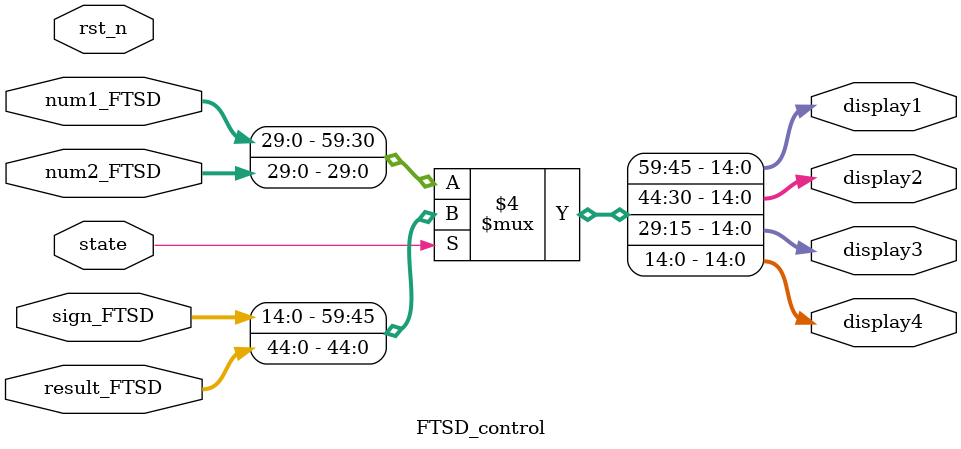
<source format=v>
`timescale 1ns / 1ps
module FTSD_control(
	state,
	rst_n,
	num1_FTSD,
	num2_FTSD,
	sign_FTSD,
	result_FTSD,
	display1,
	display2,
	display3,
	display4
);

input state;
input rst_n;
input [29:0] num1_FTSD, num2_FTSD;
input [44:0] result_FTSD;
input [14:0] sign_FTSD;
output reg [14:0] display1, display2, display3, display4;
	
always @*
	if(~state)
		{display1,display2,display3,display4} = {num1_FTSD,num2_FTSD};
	else
		{display1,display2,display3,display4} = {sign_FTSD,result_FTSD};

endmodule

</source>
